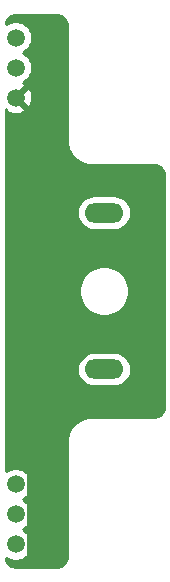
<source format=gbr>
%TF.GenerationSoftware,KiCad,Pcbnew,5.1.9-73d0e3b20d~88~ubuntu20.04.1*%
%TF.CreationDate,2021-04-18T19:13:24-07:00*%
%TF.ProjectId,encoder,656e636f-6465-4722-9e6b-696361645f70,rev?*%
%TF.SameCoordinates,Original*%
%TF.FileFunction,Copper,L2,Bot*%
%TF.FilePolarity,Positive*%
%FSLAX46Y46*%
G04 Gerber Fmt 4.6, Leading zero omitted, Abs format (unit mm)*
G04 Created by KiCad (PCBNEW 5.1.9-73d0e3b20d~88~ubuntu20.04.1) date 2021-04-18 19:13:24*
%MOMM*%
%LPD*%
G01*
G04 APERTURE LIST*
%TA.AperFunction,ComponentPad*%
%ADD10O,3.300000X1.650000*%
%TD*%
%TA.AperFunction,ComponentPad*%
%ADD11C,1.520000*%
%TD*%
%TA.AperFunction,ViaPad*%
%ADD12C,0.800000*%
%TD*%
%TA.AperFunction,Conductor*%
%ADD13C,0.500000*%
%TD*%
%TA.AperFunction,Conductor*%
%ADD14C,0.254000*%
%TD*%
%TA.AperFunction,Conductor*%
%ADD15C,0.100000*%
%TD*%
G04 APERTURE END LIST*
D10*
%TO.P,CN1,7*%
%TO.N,/MOTOR-*%
X100000000Y-93374800D03*
%TO.P,CN1,8*%
%TO.N,/MOTOR+*%
X100000000Y-106624800D03*
D11*
%TO.P,CN1,3*%
%TO.N,/GND*%
X92519900Y-83620000D03*
%TO.P,CN1,2*%
%TO.N,/QUADA*%
X92519900Y-81080000D03*
%TO.P,CN1,1*%
%TO.N,/QUADB*%
X92519900Y-78540000D03*
%TO.P,CN1,6*%
%TO.N,/MOTOR-*%
X92519900Y-121460000D03*
%TO.P,CN1,5*%
%TO.N,/MOTOR+*%
X92519900Y-118920000D03*
%TO.P,CN1,4*%
%TO.N,/VCC*%
X92519900Y-116380000D03*
%TD*%
D12*
%TO.N,/GND*%
X94600000Y-98500000D03*
X94570000Y-101060000D03*
X93472000Y-122936000D03*
X100584000Y-104648000D03*
X93890002Y-88048002D03*
X93726000Y-112014000D03*
X97282000Y-107442000D03*
%TD*%
D13*
%TO.N,/GND*%
X94600000Y-98500000D02*
X94600000Y-101030000D01*
X94600000Y-101030000D02*
X94570000Y-101060000D01*
X93890002Y-84990102D02*
X93890002Y-85000002D01*
X92519900Y-83620000D02*
X93890002Y-84990102D01*
X93890002Y-85000002D02*
X93890002Y-88048002D01*
X93890002Y-97790002D02*
X93890002Y-88048002D01*
X94600000Y-98500000D02*
X93890002Y-97790002D01*
X94570000Y-111170000D02*
X93726000Y-112014000D01*
X94570000Y-101060000D02*
X94570000Y-111170000D01*
X93726000Y-115795298D02*
X93726000Y-112014000D01*
X93472000Y-122936000D02*
X93726000Y-122682000D01*
X93726000Y-119504702D02*
X93729901Y-119500801D01*
X93726000Y-116964702D02*
X93729901Y-116960801D01*
X93726000Y-122044702D02*
X93729901Y-122040801D01*
X93729901Y-118339199D02*
X93726000Y-118335298D01*
X93726000Y-122682000D02*
X93726000Y-122044702D01*
X93729901Y-122040801D02*
X93729901Y-120879199D01*
X93726000Y-120875298D02*
X93726000Y-119504702D01*
X93726000Y-118335298D02*
X93726000Y-116964702D01*
X93729901Y-120879199D02*
X93726000Y-120875298D01*
X93729901Y-116960801D02*
X93729901Y-115799199D01*
X93729901Y-119500801D02*
X93729901Y-118339199D01*
X93729901Y-115799199D02*
X93726000Y-115795298D01*
X97282000Y-106426000D02*
X97282000Y-107442000D01*
X100584000Y-104648000D02*
X99060000Y-104648000D01*
X99060000Y-104648000D02*
X97282000Y-106426000D01*
X97282000Y-107950000D02*
X97282000Y-107442000D01*
X97282000Y-108458000D02*
X97282000Y-107950000D01*
X93726000Y-112014000D02*
X97282000Y-108458000D01*
%TD*%
D14*
%TO.N,/GND*%
X96111703Y-76670542D02*
X96111705Y-76670542D01*
X96159926Y-76674251D01*
X96211037Y-76686046D01*
X96278418Y-76708506D01*
X96355168Y-76740486D01*
X96424388Y-76775096D01*
X96475561Y-76807661D01*
X96532739Y-76853404D01*
X96592665Y-76907337D01*
X96646606Y-76967271D01*
X96692338Y-77024437D01*
X96724904Y-77075612D01*
X96759514Y-77144832D01*
X96791495Y-77221585D01*
X96813954Y-77288964D01*
X96825749Y-77340074D01*
X96829458Y-77388295D01*
X96829458Y-77388296D01*
X96840001Y-77525354D01*
X96840000Y-87192974D01*
X96839458Y-87218296D01*
X96840000Y-87225342D01*
X96840000Y-87232418D01*
X96842486Y-87257657D01*
X96849458Y-87348295D01*
X96849458Y-87348296D01*
X96858281Y-87462997D01*
X96857115Y-87480190D01*
X96863256Y-87527670D01*
X96864431Y-87542943D01*
X96867415Y-87559827D01*
X96869613Y-87576818D01*
X96873055Y-87591734D01*
X96881390Y-87638889D01*
X96887643Y-87654949D01*
X96906715Y-87737597D01*
X96913618Y-87767954D01*
X96913952Y-87768956D01*
X96914192Y-87769996D01*
X96924196Y-87799688D01*
X96961254Y-87910864D01*
X96968301Y-87933920D01*
X96971493Y-87941580D01*
X96974121Y-87949465D01*
X96983960Y-87971501D01*
X97027045Y-88074906D01*
X97035180Y-88096164D01*
X97039516Y-88104837D01*
X97043239Y-88113771D01*
X97053992Y-88133787D01*
X97081339Y-88188481D01*
X97081778Y-88190055D01*
X97110393Y-88246589D01*
X97124177Y-88274157D01*
X97125043Y-88275532D01*
X97125779Y-88276987D01*
X97142382Y-88303077D01*
X97176082Y-88356613D01*
X97177205Y-88357798D01*
X97180043Y-88362259D01*
X97181259Y-88365301D01*
X97214910Y-88417050D01*
X97230589Y-88441688D01*
X97232599Y-88444252D01*
X97234375Y-88446983D01*
X97252611Y-88469777D01*
X97290703Y-88518366D01*
X97293190Y-88520501D01*
X97326365Y-88561971D01*
X97337739Y-88577419D01*
X97346603Y-88587267D01*
X97354879Y-88597613D01*
X97368271Y-88611343D01*
X97407500Y-88654931D01*
X97408703Y-88656923D01*
X97450885Y-88703138D01*
X97471113Y-88725613D01*
X97472830Y-88727180D01*
X97474387Y-88728886D01*
X97496760Y-88749022D01*
X97543077Y-88791297D01*
X97545069Y-88792500D01*
X97588660Y-88831733D01*
X97602387Y-88845121D01*
X97612725Y-88853392D01*
X97622580Y-88862261D01*
X97638035Y-88873640D01*
X97679500Y-88906812D01*
X97681634Y-88909297D01*
X97730180Y-88947356D01*
X97753016Y-88965625D01*
X97755753Y-88967405D01*
X97758312Y-88969411D01*
X97782930Y-88985077D01*
X97834698Y-89018740D01*
X97837738Y-89019955D01*
X97842202Y-89022795D01*
X97843387Y-89023918D01*
X97896923Y-89057618D01*
X97923013Y-89074221D01*
X97924468Y-89074957D01*
X97925843Y-89075823D01*
X97953411Y-89089607D01*
X98009945Y-89118222D01*
X98011519Y-89118661D01*
X98066213Y-89146008D01*
X98086229Y-89156761D01*
X98095163Y-89160484D01*
X98103836Y-89164820D01*
X98125087Y-89172952D01*
X98228499Y-89216040D01*
X98250535Y-89225879D01*
X98258420Y-89228507D01*
X98266080Y-89231699D01*
X98289133Y-89238745D01*
X98400388Y-89275830D01*
X98430004Y-89285808D01*
X98431041Y-89286047D01*
X98432045Y-89286382D01*
X98462458Y-89293297D01*
X98545052Y-89312357D01*
X98561111Y-89318610D01*
X98608263Y-89326944D01*
X98623181Y-89330387D01*
X98640175Y-89332585D01*
X98657057Y-89335569D01*
X98672329Y-89336744D01*
X98719810Y-89342885D01*
X98737003Y-89341719D01*
X98851703Y-89350542D01*
X98851705Y-89350542D01*
X98942341Y-89357514D01*
X98967581Y-89360000D01*
X98974657Y-89360000D01*
X98981703Y-89360542D01*
X99007025Y-89360000D01*
X104224659Y-89360000D01*
X104361703Y-89370542D01*
X104361705Y-89370542D01*
X104409926Y-89374251D01*
X104461037Y-89386046D01*
X104528418Y-89408506D01*
X104605168Y-89440486D01*
X104674388Y-89475096D01*
X104725561Y-89507661D01*
X104782739Y-89553404D01*
X104842665Y-89607337D01*
X104896606Y-89667271D01*
X104942338Y-89724437D01*
X104974904Y-89775612D01*
X105009514Y-89844832D01*
X105041495Y-89921585D01*
X105063954Y-89988964D01*
X105075749Y-90040074D01*
X105079458Y-90088295D01*
X105079458Y-90088296D01*
X105090001Y-90225354D01*
X105090000Y-109774659D01*
X105079458Y-109911704D01*
X105075749Y-109959926D01*
X105063954Y-110011036D01*
X105041495Y-110078415D01*
X105009514Y-110155168D01*
X104974904Y-110224388D01*
X104942338Y-110275563D01*
X104896606Y-110332729D01*
X104842665Y-110392663D01*
X104782739Y-110446596D01*
X104725561Y-110492339D01*
X104674388Y-110524904D01*
X104605168Y-110559514D01*
X104528418Y-110591494D01*
X104461037Y-110613954D01*
X104409926Y-110625749D01*
X104361705Y-110629458D01*
X104361703Y-110629458D01*
X104224659Y-110640000D01*
X99007025Y-110640000D01*
X98981703Y-110639458D01*
X98974657Y-110640000D01*
X98967581Y-110640000D01*
X98942341Y-110642486D01*
X98851705Y-110649458D01*
X98851703Y-110649458D01*
X98737003Y-110658281D01*
X98719810Y-110657115D01*
X98672329Y-110663256D01*
X98657057Y-110664431D01*
X98640175Y-110667415D01*
X98623181Y-110669613D01*
X98608263Y-110673056D01*
X98561111Y-110681390D01*
X98545052Y-110687643D01*
X98462458Y-110706703D01*
X98432045Y-110713618D01*
X98431041Y-110713953D01*
X98430004Y-110714192D01*
X98400388Y-110724170D01*
X98289133Y-110761255D01*
X98266080Y-110768301D01*
X98258420Y-110771493D01*
X98250535Y-110774121D01*
X98228499Y-110783960D01*
X98125087Y-110827048D01*
X98103836Y-110835180D01*
X98095163Y-110839516D01*
X98086229Y-110843239D01*
X98066213Y-110853992D01*
X98011519Y-110881339D01*
X98009945Y-110881778D01*
X97953411Y-110910393D01*
X97925843Y-110924177D01*
X97924468Y-110925043D01*
X97923013Y-110925779D01*
X97896923Y-110942382D01*
X97843387Y-110976082D01*
X97842202Y-110977205D01*
X97837738Y-110980045D01*
X97834698Y-110981260D01*
X97782930Y-111014923D01*
X97758312Y-111030589D01*
X97755753Y-111032595D01*
X97753016Y-111034375D01*
X97730180Y-111052644D01*
X97681634Y-111090703D01*
X97679500Y-111093188D01*
X97638035Y-111126360D01*
X97622580Y-111137739D01*
X97612725Y-111146608D01*
X97602387Y-111154879D01*
X97588660Y-111168267D01*
X97545069Y-111207500D01*
X97543077Y-111208703D01*
X97496760Y-111250978D01*
X97474387Y-111271114D01*
X97472830Y-111272820D01*
X97471113Y-111274387D01*
X97450885Y-111296862D01*
X97408703Y-111343077D01*
X97407500Y-111345069D01*
X97368271Y-111388657D01*
X97354879Y-111402387D01*
X97346603Y-111412733D01*
X97337739Y-111422581D01*
X97326365Y-111438029D01*
X97293190Y-111479499D01*
X97290703Y-111481634D01*
X97252611Y-111530223D01*
X97234375Y-111553017D01*
X97232599Y-111555748D01*
X97230589Y-111558312D01*
X97214910Y-111582950D01*
X97181259Y-111634699D01*
X97180043Y-111637741D01*
X97177205Y-111642202D01*
X97176082Y-111643387D01*
X97142445Y-111696823D01*
X97125779Y-111723013D01*
X97125043Y-111724468D01*
X97124177Y-111725843D01*
X97110393Y-111753411D01*
X97081778Y-111809945D01*
X97081339Y-111811519D01*
X97053992Y-111866213D01*
X97043239Y-111886229D01*
X97039516Y-111895163D01*
X97035180Y-111903836D01*
X97027045Y-111925094D01*
X96983960Y-112028499D01*
X96974121Y-112050535D01*
X96971493Y-112058420D01*
X96968301Y-112066080D01*
X96961254Y-112089136D01*
X96924196Y-112200312D01*
X96914192Y-112230004D01*
X96913952Y-112231044D01*
X96913618Y-112232046D01*
X96906715Y-112262403D01*
X96887643Y-112345051D01*
X96881390Y-112361111D01*
X96873055Y-112408266D01*
X96869613Y-112423182D01*
X96867415Y-112440173D01*
X96864431Y-112457057D01*
X96863256Y-112472330D01*
X96857115Y-112519810D01*
X96858281Y-112537003D01*
X96854431Y-112587057D01*
X96842483Y-112742384D01*
X96840001Y-112767581D01*
X96840001Y-112774645D01*
X96839458Y-112781704D01*
X96840001Y-112807072D01*
X96840000Y-122474659D01*
X96829458Y-122611703D01*
X96825749Y-122659926D01*
X96813954Y-122711036D01*
X96791495Y-122778415D01*
X96759514Y-122855168D01*
X96724904Y-122924388D01*
X96692338Y-122975563D01*
X96646606Y-123032729D01*
X96592665Y-123092663D01*
X96532739Y-123146596D01*
X96475561Y-123192339D01*
X96424388Y-123224904D01*
X96355168Y-123259514D01*
X96278418Y-123291494D01*
X96211037Y-123313954D01*
X96159926Y-123325749D01*
X96111705Y-123329458D01*
X96111703Y-123329458D01*
X95974659Y-123340000D01*
X92525341Y-123340000D01*
X92388296Y-123329458D01*
X92388295Y-123329458D01*
X92340074Y-123325749D01*
X92288964Y-123313954D01*
X92221585Y-123291495D01*
X92144832Y-123259514D01*
X92075612Y-123224904D01*
X92024437Y-123192338D01*
X91967271Y-123146606D01*
X91907337Y-123092665D01*
X91853404Y-123032739D01*
X91807661Y-122975561D01*
X91775096Y-122924388D01*
X91740486Y-122855168D01*
X91708506Y-122778418D01*
X91686046Y-122711037D01*
X91674251Y-122659926D01*
X91670542Y-122611703D01*
X91667179Y-122567982D01*
X91859120Y-122696233D01*
X92112993Y-122801391D01*
X92382504Y-122855000D01*
X92657296Y-122855000D01*
X92926807Y-122801391D01*
X93180680Y-122696233D01*
X93409161Y-122543567D01*
X93603467Y-122349261D01*
X93756133Y-122120780D01*
X93861291Y-121866907D01*
X93914900Y-121597396D01*
X93914900Y-121322604D01*
X93861291Y-121053093D01*
X93756133Y-120799220D01*
X93603467Y-120570739D01*
X93409161Y-120376433D01*
X93180680Y-120223767D01*
X93099160Y-120190000D01*
X93180680Y-120156233D01*
X93409161Y-120003567D01*
X93603467Y-119809261D01*
X93756133Y-119580780D01*
X93861291Y-119326907D01*
X93914900Y-119057396D01*
X93914900Y-118782604D01*
X93861291Y-118513093D01*
X93756133Y-118259220D01*
X93603467Y-118030739D01*
X93409161Y-117836433D01*
X93180680Y-117683767D01*
X93099160Y-117650000D01*
X93180680Y-117616233D01*
X93409161Y-117463567D01*
X93603467Y-117269261D01*
X93756133Y-117040780D01*
X93861291Y-116786907D01*
X93914900Y-116517396D01*
X93914900Y-116242604D01*
X93861291Y-115973093D01*
X93756133Y-115719220D01*
X93603467Y-115490739D01*
X93409161Y-115296433D01*
X93180680Y-115143767D01*
X92926807Y-115038609D01*
X92657296Y-114985000D01*
X92382504Y-114985000D01*
X92112993Y-115038609D01*
X91859120Y-115143767D01*
X91660000Y-115276815D01*
X91660000Y-106624800D01*
X97707936Y-106624800D01*
X97736125Y-106911010D01*
X97819610Y-107186221D01*
X97955181Y-107439857D01*
X98137629Y-107662171D01*
X98359943Y-107844619D01*
X98613579Y-107980190D01*
X98888790Y-108063675D01*
X99103277Y-108084800D01*
X100896723Y-108084800D01*
X101111210Y-108063675D01*
X101386421Y-107980190D01*
X101640057Y-107844619D01*
X101862371Y-107662171D01*
X102044819Y-107439857D01*
X102180390Y-107186221D01*
X102263875Y-106911010D01*
X102292064Y-106624800D01*
X102263875Y-106338590D01*
X102180390Y-106063379D01*
X102044819Y-105809743D01*
X101862371Y-105587429D01*
X101640057Y-105404981D01*
X101386421Y-105269410D01*
X101111210Y-105185925D01*
X100896723Y-105164800D01*
X99103277Y-105164800D01*
X98888790Y-105185925D01*
X98613579Y-105269410D01*
X98359943Y-105404981D01*
X98137629Y-105587429D01*
X97955181Y-105809743D01*
X97819610Y-106063379D01*
X97736125Y-106338590D01*
X97707936Y-106624800D01*
X91660000Y-106624800D01*
X91660000Y-99789721D01*
X97865000Y-99789721D01*
X97865000Y-100210279D01*
X97947047Y-100622756D01*
X98107988Y-101011302D01*
X98341637Y-101360983D01*
X98639017Y-101658363D01*
X98988698Y-101892012D01*
X99377244Y-102052953D01*
X99789721Y-102135000D01*
X100210279Y-102135000D01*
X100622756Y-102052953D01*
X101011302Y-101892012D01*
X101360983Y-101658363D01*
X101658363Y-101360983D01*
X101892012Y-101011302D01*
X102052953Y-100622756D01*
X102135000Y-100210279D01*
X102135000Y-99789721D01*
X102052953Y-99377244D01*
X101892012Y-98988698D01*
X101658363Y-98639017D01*
X101360983Y-98341637D01*
X101011302Y-98107988D01*
X100622756Y-97947047D01*
X100210279Y-97865000D01*
X99789721Y-97865000D01*
X99377244Y-97947047D01*
X98988698Y-98107988D01*
X98639017Y-98341637D01*
X98341637Y-98639017D01*
X98107988Y-98988698D01*
X97947047Y-99377244D01*
X97865000Y-99789721D01*
X91660000Y-99789721D01*
X91660000Y-93374800D01*
X97707936Y-93374800D01*
X97736125Y-93661010D01*
X97819610Y-93936221D01*
X97955181Y-94189857D01*
X98137629Y-94412171D01*
X98359943Y-94594619D01*
X98613579Y-94730190D01*
X98888790Y-94813675D01*
X99103277Y-94834800D01*
X100896723Y-94834800D01*
X101111210Y-94813675D01*
X101386421Y-94730190D01*
X101640057Y-94594619D01*
X101862371Y-94412171D01*
X102044819Y-94189857D01*
X102180390Y-93936221D01*
X102263875Y-93661010D01*
X102292064Y-93374800D01*
X102263875Y-93088590D01*
X102180390Y-92813379D01*
X102044819Y-92559743D01*
X101862371Y-92337429D01*
X101640057Y-92154981D01*
X101386421Y-92019410D01*
X101111210Y-91935925D01*
X100896723Y-91914800D01*
X99103277Y-91914800D01*
X98888790Y-91935925D01*
X98613579Y-92019410D01*
X98359943Y-92154981D01*
X98137629Y-92337429D01*
X97955181Y-92559743D01*
X97819610Y-92813379D01*
X97736125Y-93088590D01*
X97707936Y-93374800D01*
X91660000Y-93374800D01*
X91660000Y-84659508D01*
X91735369Y-84584139D01*
X91802106Y-84824025D01*
X92050792Y-84940924D01*
X92317506Y-85007061D01*
X92591997Y-85019895D01*
X92863717Y-84978931D01*
X93122226Y-84885744D01*
X93237694Y-84824025D01*
X93304431Y-84584137D01*
X92519900Y-83799605D01*
X92505758Y-83813748D01*
X92326152Y-83634142D01*
X92340295Y-83620000D01*
X92699505Y-83620000D01*
X93484037Y-84404531D01*
X93723925Y-84337794D01*
X93840824Y-84089108D01*
X93906961Y-83822394D01*
X93919795Y-83547903D01*
X93878831Y-83276183D01*
X93785644Y-83017674D01*
X93723925Y-82902206D01*
X93484037Y-82835469D01*
X92699505Y-83620000D01*
X92340295Y-83620000D01*
X92326152Y-83605858D01*
X92505758Y-83426252D01*
X92519900Y-83440395D01*
X93304431Y-82655863D01*
X93237694Y-82415975D01*
X93098193Y-82350400D01*
X93180680Y-82316233D01*
X93409161Y-82163567D01*
X93603467Y-81969261D01*
X93756133Y-81740780D01*
X93861291Y-81486907D01*
X93914900Y-81217396D01*
X93914900Y-80942604D01*
X93861291Y-80673093D01*
X93756133Y-80419220D01*
X93603467Y-80190739D01*
X93409161Y-79996433D01*
X93180680Y-79843767D01*
X93099160Y-79810000D01*
X93180680Y-79776233D01*
X93409161Y-79623567D01*
X93603467Y-79429261D01*
X93756133Y-79200780D01*
X93861291Y-78946907D01*
X93914900Y-78677396D01*
X93914900Y-78402604D01*
X93861291Y-78133093D01*
X93756133Y-77879220D01*
X93603467Y-77650739D01*
X93409161Y-77456433D01*
X93180680Y-77303767D01*
X92926807Y-77198609D01*
X92657296Y-77145000D01*
X92382504Y-77145000D01*
X92112993Y-77198609D01*
X91859120Y-77303767D01*
X91667179Y-77432018D01*
X91670542Y-77388297D01*
X91670542Y-77388295D01*
X91674251Y-77340074D01*
X91686046Y-77288963D01*
X91708506Y-77221582D01*
X91740486Y-77144832D01*
X91775096Y-77075612D01*
X91807661Y-77024439D01*
X91853404Y-76967261D01*
X91907337Y-76907335D01*
X91967271Y-76853394D01*
X92024437Y-76807662D01*
X92075612Y-76775096D01*
X92144832Y-76740486D01*
X92221585Y-76708505D01*
X92288964Y-76686046D01*
X92340074Y-76674251D01*
X92388295Y-76670542D01*
X92388296Y-76670542D01*
X92525341Y-76660000D01*
X95974659Y-76660000D01*
X96111703Y-76670542D01*
%TA.AperFunction,Conductor*%
D15*
G36*
X96111703Y-76670542D02*
G01*
X96111705Y-76670542D01*
X96159926Y-76674251D01*
X96211037Y-76686046D01*
X96278418Y-76708506D01*
X96355168Y-76740486D01*
X96424388Y-76775096D01*
X96475561Y-76807661D01*
X96532739Y-76853404D01*
X96592665Y-76907337D01*
X96646606Y-76967271D01*
X96692338Y-77024437D01*
X96724904Y-77075612D01*
X96759514Y-77144832D01*
X96791495Y-77221585D01*
X96813954Y-77288964D01*
X96825749Y-77340074D01*
X96829458Y-77388295D01*
X96829458Y-77388296D01*
X96840001Y-77525354D01*
X96840000Y-87192974D01*
X96839458Y-87218296D01*
X96840000Y-87225342D01*
X96840000Y-87232418D01*
X96842486Y-87257657D01*
X96849458Y-87348295D01*
X96849458Y-87348296D01*
X96858281Y-87462997D01*
X96857115Y-87480190D01*
X96863256Y-87527670D01*
X96864431Y-87542943D01*
X96867415Y-87559827D01*
X96869613Y-87576818D01*
X96873055Y-87591734D01*
X96881390Y-87638889D01*
X96887643Y-87654949D01*
X96906715Y-87737597D01*
X96913618Y-87767954D01*
X96913952Y-87768956D01*
X96914192Y-87769996D01*
X96924196Y-87799688D01*
X96961254Y-87910864D01*
X96968301Y-87933920D01*
X96971493Y-87941580D01*
X96974121Y-87949465D01*
X96983960Y-87971501D01*
X97027045Y-88074906D01*
X97035180Y-88096164D01*
X97039516Y-88104837D01*
X97043239Y-88113771D01*
X97053992Y-88133787D01*
X97081339Y-88188481D01*
X97081778Y-88190055D01*
X97110393Y-88246589D01*
X97124177Y-88274157D01*
X97125043Y-88275532D01*
X97125779Y-88276987D01*
X97142382Y-88303077D01*
X97176082Y-88356613D01*
X97177205Y-88357798D01*
X97180043Y-88362259D01*
X97181259Y-88365301D01*
X97214910Y-88417050D01*
X97230589Y-88441688D01*
X97232599Y-88444252D01*
X97234375Y-88446983D01*
X97252611Y-88469777D01*
X97290703Y-88518366D01*
X97293190Y-88520501D01*
X97326365Y-88561971D01*
X97337739Y-88577419D01*
X97346603Y-88587267D01*
X97354879Y-88597613D01*
X97368271Y-88611343D01*
X97407500Y-88654931D01*
X97408703Y-88656923D01*
X97450885Y-88703138D01*
X97471113Y-88725613D01*
X97472830Y-88727180D01*
X97474387Y-88728886D01*
X97496760Y-88749022D01*
X97543077Y-88791297D01*
X97545069Y-88792500D01*
X97588660Y-88831733D01*
X97602387Y-88845121D01*
X97612725Y-88853392D01*
X97622580Y-88862261D01*
X97638035Y-88873640D01*
X97679500Y-88906812D01*
X97681634Y-88909297D01*
X97730180Y-88947356D01*
X97753016Y-88965625D01*
X97755753Y-88967405D01*
X97758312Y-88969411D01*
X97782930Y-88985077D01*
X97834698Y-89018740D01*
X97837738Y-89019955D01*
X97842202Y-89022795D01*
X97843387Y-89023918D01*
X97896923Y-89057618D01*
X97923013Y-89074221D01*
X97924468Y-89074957D01*
X97925843Y-89075823D01*
X97953411Y-89089607D01*
X98009945Y-89118222D01*
X98011519Y-89118661D01*
X98066213Y-89146008D01*
X98086229Y-89156761D01*
X98095163Y-89160484D01*
X98103836Y-89164820D01*
X98125087Y-89172952D01*
X98228499Y-89216040D01*
X98250535Y-89225879D01*
X98258420Y-89228507D01*
X98266080Y-89231699D01*
X98289133Y-89238745D01*
X98400388Y-89275830D01*
X98430004Y-89285808D01*
X98431041Y-89286047D01*
X98432045Y-89286382D01*
X98462458Y-89293297D01*
X98545052Y-89312357D01*
X98561111Y-89318610D01*
X98608263Y-89326944D01*
X98623181Y-89330387D01*
X98640175Y-89332585D01*
X98657057Y-89335569D01*
X98672329Y-89336744D01*
X98719810Y-89342885D01*
X98737003Y-89341719D01*
X98851703Y-89350542D01*
X98851705Y-89350542D01*
X98942341Y-89357514D01*
X98967581Y-89360000D01*
X98974657Y-89360000D01*
X98981703Y-89360542D01*
X99007025Y-89360000D01*
X104224659Y-89360000D01*
X104361703Y-89370542D01*
X104361705Y-89370542D01*
X104409926Y-89374251D01*
X104461037Y-89386046D01*
X104528418Y-89408506D01*
X104605168Y-89440486D01*
X104674388Y-89475096D01*
X104725561Y-89507661D01*
X104782739Y-89553404D01*
X104842665Y-89607337D01*
X104896606Y-89667271D01*
X104942338Y-89724437D01*
X104974904Y-89775612D01*
X105009514Y-89844832D01*
X105041495Y-89921585D01*
X105063954Y-89988964D01*
X105075749Y-90040074D01*
X105079458Y-90088295D01*
X105079458Y-90088296D01*
X105090001Y-90225354D01*
X105090000Y-109774659D01*
X105079458Y-109911704D01*
X105075749Y-109959926D01*
X105063954Y-110011036D01*
X105041495Y-110078415D01*
X105009514Y-110155168D01*
X104974904Y-110224388D01*
X104942338Y-110275563D01*
X104896606Y-110332729D01*
X104842665Y-110392663D01*
X104782739Y-110446596D01*
X104725561Y-110492339D01*
X104674388Y-110524904D01*
X104605168Y-110559514D01*
X104528418Y-110591494D01*
X104461037Y-110613954D01*
X104409926Y-110625749D01*
X104361705Y-110629458D01*
X104361703Y-110629458D01*
X104224659Y-110640000D01*
X99007025Y-110640000D01*
X98981703Y-110639458D01*
X98974657Y-110640000D01*
X98967581Y-110640000D01*
X98942341Y-110642486D01*
X98851705Y-110649458D01*
X98851703Y-110649458D01*
X98737003Y-110658281D01*
X98719810Y-110657115D01*
X98672329Y-110663256D01*
X98657057Y-110664431D01*
X98640175Y-110667415D01*
X98623181Y-110669613D01*
X98608263Y-110673056D01*
X98561111Y-110681390D01*
X98545052Y-110687643D01*
X98462458Y-110706703D01*
X98432045Y-110713618D01*
X98431041Y-110713953D01*
X98430004Y-110714192D01*
X98400388Y-110724170D01*
X98289133Y-110761255D01*
X98266080Y-110768301D01*
X98258420Y-110771493D01*
X98250535Y-110774121D01*
X98228499Y-110783960D01*
X98125087Y-110827048D01*
X98103836Y-110835180D01*
X98095163Y-110839516D01*
X98086229Y-110843239D01*
X98066213Y-110853992D01*
X98011519Y-110881339D01*
X98009945Y-110881778D01*
X97953411Y-110910393D01*
X97925843Y-110924177D01*
X97924468Y-110925043D01*
X97923013Y-110925779D01*
X97896923Y-110942382D01*
X97843387Y-110976082D01*
X97842202Y-110977205D01*
X97837738Y-110980045D01*
X97834698Y-110981260D01*
X97782930Y-111014923D01*
X97758312Y-111030589D01*
X97755753Y-111032595D01*
X97753016Y-111034375D01*
X97730180Y-111052644D01*
X97681634Y-111090703D01*
X97679500Y-111093188D01*
X97638035Y-111126360D01*
X97622580Y-111137739D01*
X97612725Y-111146608D01*
X97602387Y-111154879D01*
X97588660Y-111168267D01*
X97545069Y-111207500D01*
X97543077Y-111208703D01*
X97496760Y-111250978D01*
X97474387Y-111271114D01*
X97472830Y-111272820D01*
X97471113Y-111274387D01*
X97450885Y-111296862D01*
X97408703Y-111343077D01*
X97407500Y-111345069D01*
X97368271Y-111388657D01*
X97354879Y-111402387D01*
X97346603Y-111412733D01*
X97337739Y-111422581D01*
X97326365Y-111438029D01*
X97293190Y-111479499D01*
X97290703Y-111481634D01*
X97252611Y-111530223D01*
X97234375Y-111553017D01*
X97232599Y-111555748D01*
X97230589Y-111558312D01*
X97214910Y-111582950D01*
X97181259Y-111634699D01*
X97180043Y-111637741D01*
X97177205Y-111642202D01*
X97176082Y-111643387D01*
X97142445Y-111696823D01*
X97125779Y-111723013D01*
X97125043Y-111724468D01*
X97124177Y-111725843D01*
X97110393Y-111753411D01*
X97081778Y-111809945D01*
X97081339Y-111811519D01*
X97053992Y-111866213D01*
X97043239Y-111886229D01*
X97039516Y-111895163D01*
X97035180Y-111903836D01*
X97027045Y-111925094D01*
X96983960Y-112028499D01*
X96974121Y-112050535D01*
X96971493Y-112058420D01*
X96968301Y-112066080D01*
X96961254Y-112089136D01*
X96924196Y-112200312D01*
X96914192Y-112230004D01*
X96913952Y-112231044D01*
X96913618Y-112232046D01*
X96906715Y-112262403D01*
X96887643Y-112345051D01*
X96881390Y-112361111D01*
X96873055Y-112408266D01*
X96869613Y-112423182D01*
X96867415Y-112440173D01*
X96864431Y-112457057D01*
X96863256Y-112472330D01*
X96857115Y-112519810D01*
X96858281Y-112537003D01*
X96854431Y-112587057D01*
X96842483Y-112742384D01*
X96840001Y-112767581D01*
X96840001Y-112774645D01*
X96839458Y-112781704D01*
X96840001Y-112807072D01*
X96840000Y-122474659D01*
X96829458Y-122611703D01*
X96825749Y-122659926D01*
X96813954Y-122711036D01*
X96791495Y-122778415D01*
X96759514Y-122855168D01*
X96724904Y-122924388D01*
X96692338Y-122975563D01*
X96646606Y-123032729D01*
X96592665Y-123092663D01*
X96532739Y-123146596D01*
X96475561Y-123192339D01*
X96424388Y-123224904D01*
X96355168Y-123259514D01*
X96278418Y-123291494D01*
X96211037Y-123313954D01*
X96159926Y-123325749D01*
X96111705Y-123329458D01*
X96111703Y-123329458D01*
X95974659Y-123340000D01*
X92525341Y-123340000D01*
X92388296Y-123329458D01*
X92388295Y-123329458D01*
X92340074Y-123325749D01*
X92288964Y-123313954D01*
X92221585Y-123291495D01*
X92144832Y-123259514D01*
X92075612Y-123224904D01*
X92024437Y-123192338D01*
X91967271Y-123146606D01*
X91907337Y-123092665D01*
X91853404Y-123032739D01*
X91807661Y-122975561D01*
X91775096Y-122924388D01*
X91740486Y-122855168D01*
X91708506Y-122778418D01*
X91686046Y-122711037D01*
X91674251Y-122659926D01*
X91670542Y-122611703D01*
X91667179Y-122567982D01*
X91859120Y-122696233D01*
X92112993Y-122801391D01*
X92382504Y-122855000D01*
X92657296Y-122855000D01*
X92926807Y-122801391D01*
X93180680Y-122696233D01*
X93409161Y-122543567D01*
X93603467Y-122349261D01*
X93756133Y-122120780D01*
X93861291Y-121866907D01*
X93914900Y-121597396D01*
X93914900Y-121322604D01*
X93861291Y-121053093D01*
X93756133Y-120799220D01*
X93603467Y-120570739D01*
X93409161Y-120376433D01*
X93180680Y-120223767D01*
X93099160Y-120190000D01*
X93180680Y-120156233D01*
X93409161Y-120003567D01*
X93603467Y-119809261D01*
X93756133Y-119580780D01*
X93861291Y-119326907D01*
X93914900Y-119057396D01*
X93914900Y-118782604D01*
X93861291Y-118513093D01*
X93756133Y-118259220D01*
X93603467Y-118030739D01*
X93409161Y-117836433D01*
X93180680Y-117683767D01*
X93099160Y-117650000D01*
X93180680Y-117616233D01*
X93409161Y-117463567D01*
X93603467Y-117269261D01*
X93756133Y-117040780D01*
X93861291Y-116786907D01*
X93914900Y-116517396D01*
X93914900Y-116242604D01*
X93861291Y-115973093D01*
X93756133Y-115719220D01*
X93603467Y-115490739D01*
X93409161Y-115296433D01*
X93180680Y-115143767D01*
X92926807Y-115038609D01*
X92657296Y-114985000D01*
X92382504Y-114985000D01*
X92112993Y-115038609D01*
X91859120Y-115143767D01*
X91660000Y-115276815D01*
X91660000Y-106624800D01*
X97707936Y-106624800D01*
X97736125Y-106911010D01*
X97819610Y-107186221D01*
X97955181Y-107439857D01*
X98137629Y-107662171D01*
X98359943Y-107844619D01*
X98613579Y-107980190D01*
X98888790Y-108063675D01*
X99103277Y-108084800D01*
X100896723Y-108084800D01*
X101111210Y-108063675D01*
X101386421Y-107980190D01*
X101640057Y-107844619D01*
X101862371Y-107662171D01*
X102044819Y-107439857D01*
X102180390Y-107186221D01*
X102263875Y-106911010D01*
X102292064Y-106624800D01*
X102263875Y-106338590D01*
X102180390Y-106063379D01*
X102044819Y-105809743D01*
X101862371Y-105587429D01*
X101640057Y-105404981D01*
X101386421Y-105269410D01*
X101111210Y-105185925D01*
X100896723Y-105164800D01*
X99103277Y-105164800D01*
X98888790Y-105185925D01*
X98613579Y-105269410D01*
X98359943Y-105404981D01*
X98137629Y-105587429D01*
X97955181Y-105809743D01*
X97819610Y-106063379D01*
X97736125Y-106338590D01*
X97707936Y-106624800D01*
X91660000Y-106624800D01*
X91660000Y-99789721D01*
X97865000Y-99789721D01*
X97865000Y-100210279D01*
X97947047Y-100622756D01*
X98107988Y-101011302D01*
X98341637Y-101360983D01*
X98639017Y-101658363D01*
X98988698Y-101892012D01*
X99377244Y-102052953D01*
X99789721Y-102135000D01*
X100210279Y-102135000D01*
X100622756Y-102052953D01*
X101011302Y-101892012D01*
X101360983Y-101658363D01*
X101658363Y-101360983D01*
X101892012Y-101011302D01*
X102052953Y-100622756D01*
X102135000Y-100210279D01*
X102135000Y-99789721D01*
X102052953Y-99377244D01*
X101892012Y-98988698D01*
X101658363Y-98639017D01*
X101360983Y-98341637D01*
X101011302Y-98107988D01*
X100622756Y-97947047D01*
X100210279Y-97865000D01*
X99789721Y-97865000D01*
X99377244Y-97947047D01*
X98988698Y-98107988D01*
X98639017Y-98341637D01*
X98341637Y-98639017D01*
X98107988Y-98988698D01*
X97947047Y-99377244D01*
X97865000Y-99789721D01*
X91660000Y-99789721D01*
X91660000Y-93374800D01*
X97707936Y-93374800D01*
X97736125Y-93661010D01*
X97819610Y-93936221D01*
X97955181Y-94189857D01*
X98137629Y-94412171D01*
X98359943Y-94594619D01*
X98613579Y-94730190D01*
X98888790Y-94813675D01*
X99103277Y-94834800D01*
X100896723Y-94834800D01*
X101111210Y-94813675D01*
X101386421Y-94730190D01*
X101640057Y-94594619D01*
X101862371Y-94412171D01*
X102044819Y-94189857D01*
X102180390Y-93936221D01*
X102263875Y-93661010D01*
X102292064Y-93374800D01*
X102263875Y-93088590D01*
X102180390Y-92813379D01*
X102044819Y-92559743D01*
X101862371Y-92337429D01*
X101640057Y-92154981D01*
X101386421Y-92019410D01*
X101111210Y-91935925D01*
X100896723Y-91914800D01*
X99103277Y-91914800D01*
X98888790Y-91935925D01*
X98613579Y-92019410D01*
X98359943Y-92154981D01*
X98137629Y-92337429D01*
X97955181Y-92559743D01*
X97819610Y-92813379D01*
X97736125Y-93088590D01*
X97707936Y-93374800D01*
X91660000Y-93374800D01*
X91660000Y-84659508D01*
X91735369Y-84584139D01*
X91802106Y-84824025D01*
X92050792Y-84940924D01*
X92317506Y-85007061D01*
X92591997Y-85019895D01*
X92863717Y-84978931D01*
X93122226Y-84885744D01*
X93237694Y-84824025D01*
X93304431Y-84584137D01*
X92519900Y-83799605D01*
X92505758Y-83813748D01*
X92326152Y-83634142D01*
X92340295Y-83620000D01*
X92699505Y-83620000D01*
X93484037Y-84404531D01*
X93723925Y-84337794D01*
X93840824Y-84089108D01*
X93906961Y-83822394D01*
X93919795Y-83547903D01*
X93878831Y-83276183D01*
X93785644Y-83017674D01*
X93723925Y-82902206D01*
X93484037Y-82835469D01*
X92699505Y-83620000D01*
X92340295Y-83620000D01*
X92326152Y-83605858D01*
X92505758Y-83426252D01*
X92519900Y-83440395D01*
X93304431Y-82655863D01*
X93237694Y-82415975D01*
X93098193Y-82350400D01*
X93180680Y-82316233D01*
X93409161Y-82163567D01*
X93603467Y-81969261D01*
X93756133Y-81740780D01*
X93861291Y-81486907D01*
X93914900Y-81217396D01*
X93914900Y-80942604D01*
X93861291Y-80673093D01*
X93756133Y-80419220D01*
X93603467Y-80190739D01*
X93409161Y-79996433D01*
X93180680Y-79843767D01*
X93099160Y-79810000D01*
X93180680Y-79776233D01*
X93409161Y-79623567D01*
X93603467Y-79429261D01*
X93756133Y-79200780D01*
X93861291Y-78946907D01*
X93914900Y-78677396D01*
X93914900Y-78402604D01*
X93861291Y-78133093D01*
X93756133Y-77879220D01*
X93603467Y-77650739D01*
X93409161Y-77456433D01*
X93180680Y-77303767D01*
X92926807Y-77198609D01*
X92657296Y-77145000D01*
X92382504Y-77145000D01*
X92112993Y-77198609D01*
X91859120Y-77303767D01*
X91667179Y-77432018D01*
X91670542Y-77388297D01*
X91670542Y-77388295D01*
X91674251Y-77340074D01*
X91686046Y-77288963D01*
X91708506Y-77221582D01*
X91740486Y-77144832D01*
X91775096Y-77075612D01*
X91807661Y-77024439D01*
X91853404Y-76967261D01*
X91907337Y-76907335D01*
X91967271Y-76853394D01*
X92024437Y-76807662D01*
X92075612Y-76775096D01*
X92144832Y-76740486D01*
X92221585Y-76708505D01*
X92288964Y-76686046D01*
X92340074Y-76674251D01*
X92388295Y-76670542D01*
X92388296Y-76670542D01*
X92525341Y-76660000D01*
X95974659Y-76660000D01*
X96111703Y-76670542D01*
G37*
%TD.AperFunction*%
%TD*%
M02*

</source>
